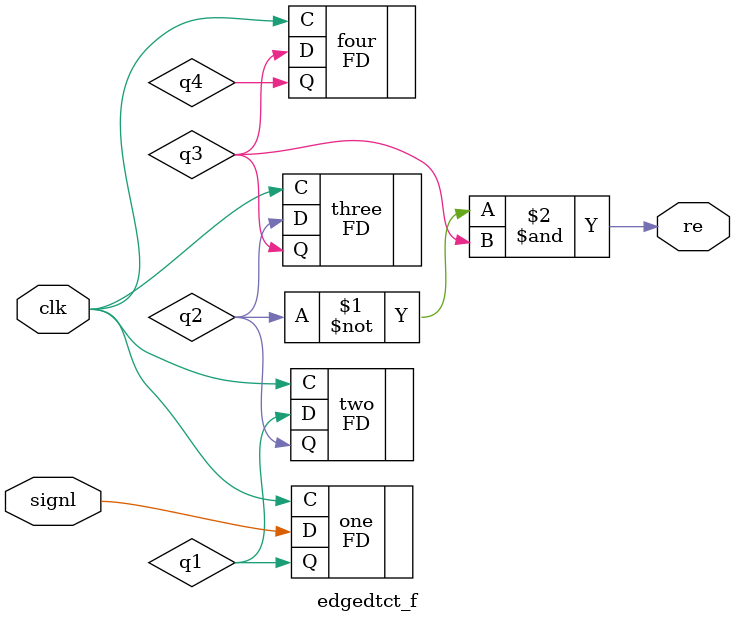
<source format=v>
`timescale 1ns / 1ps
module edgedtct_f(
				input clk,
				input signl,
				output re
    );
wire q1, q2, q3, q4;

FD one(.Q(q1), .C(clk), .D(signl));
FD two(.Q(q2), .C(clk), .D(q1));
FD three(.Q(q3), .C(clk), .D(q2));
FD four(.Q(q4), .C(clk), .D(q3));

assign re = (~q2) & q3;
endmodule

</source>
